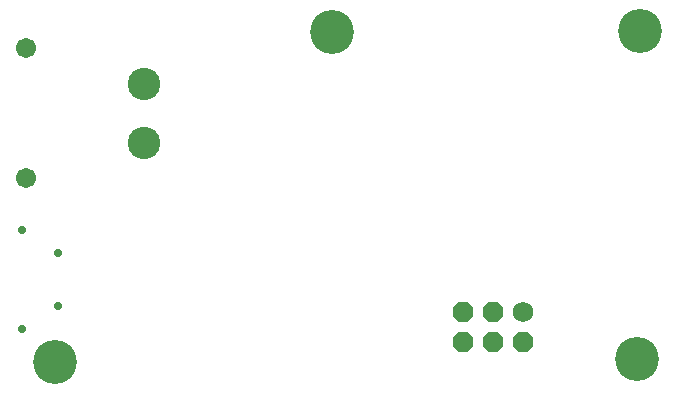
<source format=gbr>
G04 EAGLE Gerber RS-274X export*
G75*
%MOMM*%
%FSLAX34Y34*%
%LPD*%
%INSoldermask Bottom*%
%IPPOS*%
%AMOC8*
5,1,8,0,0,1.08239X$1,22.5*%
G01*
%ADD10C,3.719200*%
%ADD11C,2.753200*%
%ADD12C,1.711200*%
%ADD13C,1.727200*%
%ADD14P,1.869504X8X202.500000*%
%ADD15C,0.703200*%


D10*
X168910Y290830D03*
X-65740Y11450D03*
X426530Y13480D03*
X428880Y291315D03*
D11*
X9652Y196850D03*
X9652Y246850D03*
D12*
X-90348Y166850D03*
X-90348Y276850D03*
D13*
X330200Y53340D03*
D14*
X304800Y53340D03*
X279400Y53340D03*
X330200Y27940D03*
X304800Y27940D03*
X279400Y27940D03*
D15*
X-63726Y103276D03*
X-63726Y58776D03*
X-93726Y122776D03*
X-93726Y39276D03*
M02*

</source>
